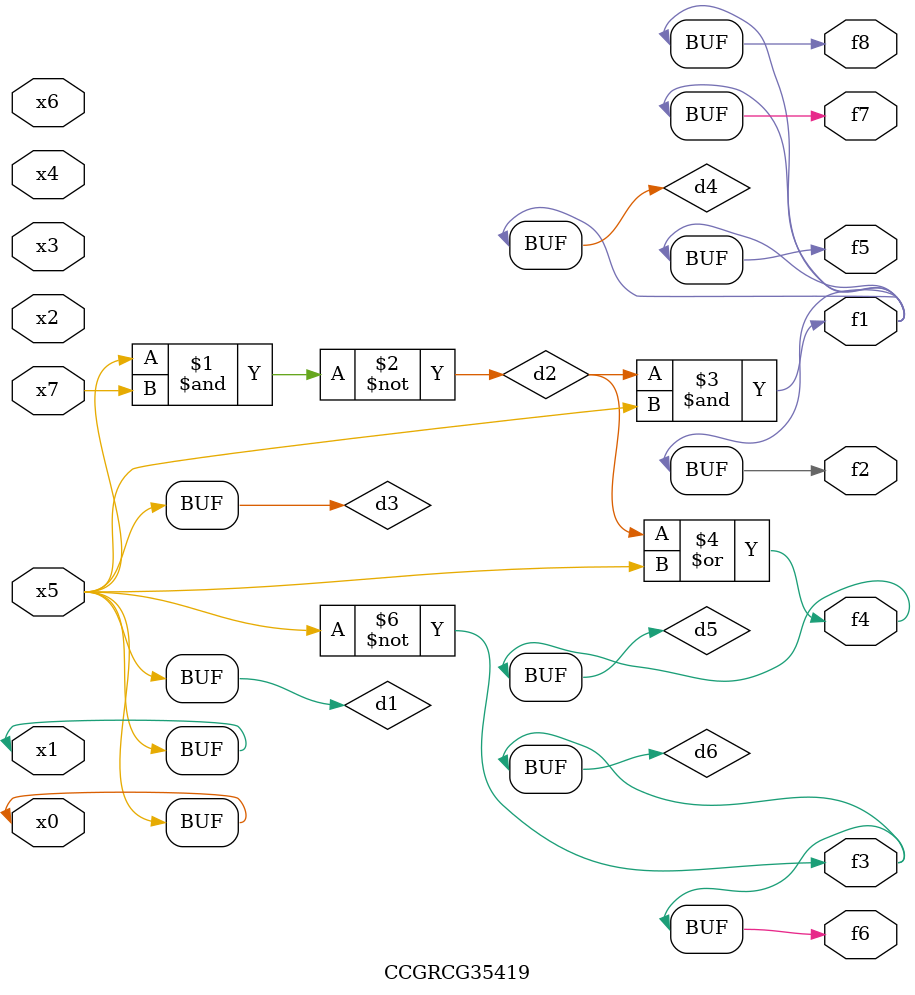
<source format=v>
module CCGRCG35419(
	input x0, x1, x2, x3, x4, x5, x6, x7,
	output f1, f2, f3, f4, f5, f6, f7, f8
);

	wire d1, d2, d3, d4, d5, d6;

	buf (d1, x0, x5);
	nand (d2, x5, x7);
	buf (d3, x0, x1);
	and (d4, d2, d3);
	or (d5, d2, d3);
	nor (d6, d1, d3);
	assign f1 = d4;
	assign f2 = d4;
	assign f3 = d6;
	assign f4 = d5;
	assign f5 = d4;
	assign f6 = d6;
	assign f7 = d4;
	assign f8 = d4;
endmodule

</source>
